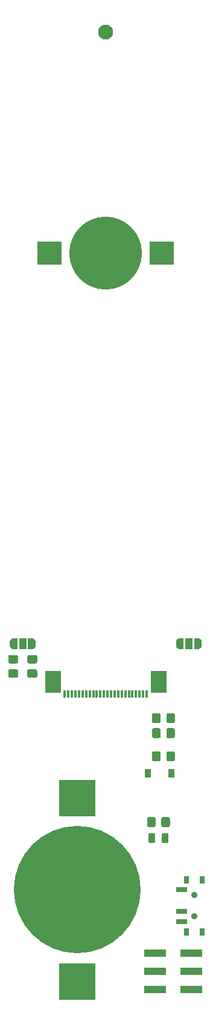
<source format=gbs>
G04 #@! TF.GenerationSoftware,KiCad,Pcbnew,(5.1.10)-1*
G04 #@! TF.CreationDate,2021-11-22T20:28:52+00:00*
G04 #@! TF.ProjectId,Big Ben Ornament,42696720-4265-46e2-904f-726e616d656e,rev?*
G04 #@! TF.SameCoordinates,Original*
G04 #@! TF.FileFunction,Soldermask,Bot*
G04 #@! TF.FilePolarity,Negative*
%FSLAX46Y46*%
G04 Gerber Fmt 4.6, Leading zero omitted, Abs format (unit mm)*
G04 Created by KiCad (PCBNEW (5.1.10)-1) date 2021-11-22 20:28:52*
%MOMM*%
%LPD*%
G01*
G04 APERTURE LIST*
%ADD10C,2.100000*%
%ADD11C,0.100000*%
%ADD12R,1.000000X1.500000*%
%ADD13R,0.800000X1.000000*%
%ADD14R,1.500000X0.700000*%
%ADD15C,0.900000*%
%ADD16R,0.300000X1.100000*%
%ADD17R,2.300000X3.100000*%
%ADD18R,3.150000X1.000000*%
%ADD19R,0.900000X1.200000*%
%ADD20C,10.200000*%
%ADD21R,3.500000X3.300000*%
%ADD22R,5.100000X5.100000*%
%ADD23C,17.800000*%
G04 APERTURE END LIST*
D10*
X103482140Y-36027360D03*
D11*
G36*
X91134500Y-122289000D02*
G01*
X90584500Y-122289000D01*
X90584500Y-122288398D01*
X90559966Y-122288398D01*
X90511135Y-122283588D01*
X90463010Y-122274016D01*
X90416055Y-122259772D01*
X90370722Y-122240995D01*
X90327449Y-122217864D01*
X90286650Y-122190604D01*
X90248721Y-122159476D01*
X90214024Y-122124779D01*
X90182896Y-122086850D01*
X90155636Y-122046051D01*
X90132505Y-122002778D01*
X90113728Y-121957445D01*
X90099484Y-121910490D01*
X90089912Y-121862365D01*
X90085102Y-121813534D01*
X90085102Y-121789000D01*
X90084500Y-121789000D01*
X90084500Y-121289000D01*
X90085102Y-121289000D01*
X90085102Y-121264466D01*
X90089912Y-121215635D01*
X90099484Y-121167510D01*
X90113728Y-121120555D01*
X90132505Y-121075222D01*
X90155636Y-121031949D01*
X90182896Y-120991150D01*
X90214024Y-120953221D01*
X90248721Y-120918524D01*
X90286650Y-120887396D01*
X90327449Y-120860136D01*
X90370722Y-120837005D01*
X90416055Y-120818228D01*
X90463010Y-120803984D01*
X90511135Y-120794412D01*
X90559966Y-120789602D01*
X90584500Y-120789602D01*
X90584500Y-120789000D01*
X91134500Y-120789000D01*
X91134500Y-122289000D01*
G37*
G36*
X93184500Y-120789602D02*
G01*
X93209034Y-120789602D01*
X93257865Y-120794412D01*
X93305990Y-120803984D01*
X93352945Y-120818228D01*
X93398278Y-120837005D01*
X93441551Y-120860136D01*
X93482350Y-120887396D01*
X93520279Y-120918524D01*
X93554976Y-120953221D01*
X93586104Y-120991150D01*
X93613364Y-121031949D01*
X93636495Y-121075222D01*
X93655272Y-121120555D01*
X93669516Y-121167510D01*
X93679088Y-121215635D01*
X93683898Y-121264466D01*
X93683898Y-121289000D01*
X93684500Y-121289000D01*
X93684500Y-121789000D01*
X93683898Y-121789000D01*
X93683898Y-121813534D01*
X93679088Y-121862365D01*
X93669516Y-121910490D01*
X93655272Y-121957445D01*
X93636495Y-122002778D01*
X93613364Y-122046051D01*
X93586104Y-122086850D01*
X93554976Y-122124779D01*
X93520279Y-122159476D01*
X93482350Y-122190604D01*
X93441551Y-122217864D01*
X93398278Y-122240995D01*
X93352945Y-122259772D01*
X93305990Y-122274016D01*
X93257865Y-122283588D01*
X93209034Y-122288398D01*
X93184500Y-122288398D01*
X93184500Y-122289000D01*
X92634500Y-122289000D01*
X92634500Y-120789000D01*
X93184500Y-120789000D01*
X93184500Y-120789602D01*
G37*
D12*
X91884500Y-121539000D03*
X115189000Y-121539000D03*
D11*
G36*
X116489000Y-120789602D02*
G01*
X116513534Y-120789602D01*
X116562365Y-120794412D01*
X116610490Y-120803984D01*
X116657445Y-120818228D01*
X116702778Y-120837005D01*
X116746051Y-120860136D01*
X116786850Y-120887396D01*
X116824779Y-120918524D01*
X116859476Y-120953221D01*
X116890604Y-120991150D01*
X116917864Y-121031949D01*
X116940995Y-121075222D01*
X116959772Y-121120555D01*
X116974016Y-121167510D01*
X116983588Y-121215635D01*
X116988398Y-121264466D01*
X116988398Y-121289000D01*
X116989000Y-121289000D01*
X116989000Y-121789000D01*
X116988398Y-121789000D01*
X116988398Y-121813534D01*
X116983588Y-121862365D01*
X116974016Y-121910490D01*
X116959772Y-121957445D01*
X116940995Y-122002778D01*
X116917864Y-122046051D01*
X116890604Y-122086850D01*
X116859476Y-122124779D01*
X116824779Y-122159476D01*
X116786850Y-122190604D01*
X116746051Y-122217864D01*
X116702778Y-122240995D01*
X116657445Y-122259772D01*
X116610490Y-122274016D01*
X116562365Y-122283588D01*
X116513534Y-122288398D01*
X116489000Y-122288398D01*
X116489000Y-122289000D01*
X115939000Y-122289000D01*
X115939000Y-120789000D01*
X116489000Y-120789000D01*
X116489000Y-120789602D01*
G37*
G36*
X114439000Y-122289000D02*
G01*
X113889000Y-122289000D01*
X113889000Y-122288398D01*
X113864466Y-122288398D01*
X113815635Y-122283588D01*
X113767510Y-122274016D01*
X113720555Y-122259772D01*
X113675222Y-122240995D01*
X113631949Y-122217864D01*
X113591150Y-122190604D01*
X113553221Y-122159476D01*
X113518524Y-122124779D01*
X113487396Y-122086850D01*
X113460136Y-122046051D01*
X113437005Y-122002778D01*
X113418228Y-121957445D01*
X113403984Y-121910490D01*
X113394412Y-121862365D01*
X113389602Y-121813534D01*
X113389602Y-121789000D01*
X113389000Y-121789000D01*
X113389000Y-121289000D01*
X113389602Y-121289000D01*
X113389602Y-121264466D01*
X113394412Y-121215635D01*
X113403984Y-121167510D01*
X113418228Y-121120555D01*
X113437005Y-121075222D01*
X113460136Y-121031949D01*
X113487396Y-120991150D01*
X113518524Y-120953221D01*
X113553221Y-120918524D01*
X113591150Y-120887396D01*
X113631949Y-120860136D01*
X113675222Y-120837005D01*
X113720555Y-120818228D01*
X113767510Y-120803984D01*
X113815635Y-120794412D01*
X113864466Y-120789602D01*
X113889000Y-120789602D01*
X113889000Y-120789000D01*
X114439000Y-120789000D01*
X114439000Y-122289000D01*
G37*
D13*
X114853500Y-154528500D03*
X114853500Y-161828500D03*
X117063500Y-161828500D03*
X117063500Y-154528500D03*
D14*
X114203500Y-160428500D03*
X114203500Y-158928500D03*
X114203500Y-155928500D03*
D15*
X115963500Y-159678500D03*
X115963500Y-156678500D03*
G36*
G01*
X93668001Y-126314000D02*
X92767999Y-126314000D01*
G75*
G02*
X92518000Y-126064001I0J249999D01*
G01*
X92518000Y-125363999D01*
G75*
G02*
X92767999Y-125114000I249999J0D01*
G01*
X93668001Y-125114000D01*
G75*
G02*
X93918000Y-125363999I0J-249999D01*
G01*
X93918000Y-126064001D01*
G75*
G02*
X93668001Y-126314000I-249999J0D01*
G01*
G37*
G36*
G01*
X93668001Y-124314000D02*
X92767999Y-124314000D01*
G75*
G02*
X92518000Y-124064001I0J249999D01*
G01*
X92518000Y-123363999D01*
G75*
G02*
X92767999Y-123114000I249999J0D01*
G01*
X93668001Y-123114000D01*
G75*
G02*
X93918000Y-123363999I0J-249999D01*
G01*
X93918000Y-124064001D01*
G75*
G02*
X93668001Y-124314000I-249999J0D01*
G01*
G37*
G36*
G01*
X110534500Y-146044499D02*
X110534500Y-146944501D01*
G75*
G02*
X110284501Y-147194500I-249999J0D01*
G01*
X109584499Y-147194500D01*
G75*
G02*
X109334500Y-146944501I0J249999D01*
G01*
X109334500Y-146044499D01*
G75*
G02*
X109584499Y-145794500I249999J0D01*
G01*
X110284501Y-145794500D01*
G75*
G02*
X110534500Y-146044499I0J-249999D01*
G01*
G37*
G36*
G01*
X112534500Y-146044499D02*
X112534500Y-146944501D01*
G75*
G02*
X112284501Y-147194500I-249999J0D01*
G01*
X111584499Y-147194500D01*
G75*
G02*
X111334500Y-146944501I0J249999D01*
G01*
X111334500Y-146044499D01*
G75*
G02*
X111584499Y-145794500I249999J0D01*
G01*
X112284501Y-145794500D01*
G75*
G02*
X112534500Y-146044499I0J-249999D01*
G01*
G37*
G36*
G01*
X110033000Y-134498501D02*
X110033000Y-133598499D01*
G75*
G02*
X110282999Y-133348500I249999J0D01*
G01*
X110983001Y-133348500D01*
G75*
G02*
X111233000Y-133598499I0J-249999D01*
G01*
X111233000Y-134498501D01*
G75*
G02*
X110983001Y-134748500I-249999J0D01*
G01*
X110282999Y-134748500D01*
G75*
G02*
X110033000Y-134498501I0J249999D01*
G01*
G37*
G36*
G01*
X112033000Y-134498501D02*
X112033000Y-133598499D01*
G75*
G02*
X112282999Y-133348500I249999J0D01*
G01*
X112983001Y-133348500D01*
G75*
G02*
X113233000Y-133598499I0J-249999D01*
G01*
X113233000Y-134498501D01*
G75*
G02*
X112983001Y-134748500I-249999J0D01*
G01*
X112282999Y-134748500D01*
G75*
G02*
X112033000Y-134498501I0J249999D01*
G01*
G37*
G36*
G01*
X110033000Y-132403001D02*
X110033000Y-131502999D01*
G75*
G02*
X110282999Y-131253000I249999J0D01*
G01*
X110983001Y-131253000D01*
G75*
G02*
X111233000Y-131502999I0J-249999D01*
G01*
X111233000Y-132403001D01*
G75*
G02*
X110983001Y-132653000I-249999J0D01*
G01*
X110282999Y-132653000D01*
G75*
G02*
X110033000Y-132403001I0J249999D01*
G01*
G37*
G36*
G01*
X112033000Y-132403001D02*
X112033000Y-131502999D01*
G75*
G02*
X112282999Y-131253000I249999J0D01*
G01*
X112983001Y-131253000D01*
G75*
G02*
X113233000Y-131502999I0J-249999D01*
G01*
X113233000Y-132403001D01*
G75*
G02*
X112983001Y-132653000I-249999J0D01*
G01*
X112282999Y-132653000D01*
G75*
G02*
X112033000Y-132403001I0J249999D01*
G01*
G37*
G36*
G01*
X112033000Y-137737001D02*
X112033000Y-136836999D01*
G75*
G02*
X112282999Y-136587000I249999J0D01*
G01*
X112983001Y-136587000D01*
G75*
G02*
X113233000Y-136836999I0J-249999D01*
G01*
X113233000Y-137737001D01*
G75*
G02*
X112983001Y-137987000I-249999J0D01*
G01*
X112282999Y-137987000D01*
G75*
G02*
X112033000Y-137737001I0J249999D01*
G01*
G37*
G36*
G01*
X110033000Y-137737001D02*
X110033000Y-136836999D01*
G75*
G02*
X110282999Y-136587000I249999J0D01*
G01*
X110983001Y-136587000D01*
G75*
G02*
X111233000Y-136836999I0J-249999D01*
G01*
X111233000Y-137737001D01*
G75*
G02*
X110983001Y-137987000I-249999J0D01*
G01*
X110282999Y-137987000D01*
G75*
G02*
X110033000Y-137737001I0J249999D01*
G01*
G37*
G36*
G01*
X90100999Y-123114000D02*
X91001001Y-123114000D01*
G75*
G02*
X91251000Y-123363999I0J-249999D01*
G01*
X91251000Y-124064001D01*
G75*
G02*
X91001001Y-124314000I-249999J0D01*
G01*
X90100999Y-124314000D01*
G75*
G02*
X89851000Y-124064001I0J249999D01*
G01*
X89851000Y-123363999D01*
G75*
G02*
X90100999Y-123114000I249999J0D01*
G01*
G37*
G36*
G01*
X90100999Y-125114000D02*
X91001001Y-125114000D01*
G75*
G02*
X91251000Y-125363999I0J-249999D01*
G01*
X91251000Y-126064001D01*
G75*
G02*
X91001001Y-126314000I-249999J0D01*
G01*
X90100999Y-126314000D01*
G75*
G02*
X89851000Y-126064001I0J249999D01*
G01*
X89851000Y-125363999D01*
G75*
G02*
X90100999Y-125114000I249999J0D01*
G01*
G37*
D16*
X97780400Y-128604000D03*
X98280400Y-128604000D03*
X98780400Y-128604000D03*
X99280400Y-128604000D03*
X99780400Y-128604000D03*
X100280400Y-128604000D03*
X100780400Y-128604000D03*
X101280400Y-128604000D03*
X101780400Y-128604000D03*
X102280400Y-128604000D03*
X102780400Y-128604000D03*
X103280400Y-128604000D03*
X103780400Y-128604000D03*
X104280400Y-128604000D03*
X104780400Y-128604000D03*
X105280400Y-128604000D03*
X105780400Y-128604000D03*
X106280400Y-128604000D03*
X106780400Y-128604000D03*
X107280400Y-128604000D03*
X107780400Y-128604000D03*
X108280400Y-128604000D03*
X108780400Y-128604000D03*
X109280400Y-128604000D03*
D17*
X96110400Y-126904000D03*
X110950400Y-126904000D03*
D18*
X115529600Y-164820600D03*
X110479600Y-164820600D03*
X115529600Y-167360600D03*
X110479600Y-167360600D03*
X115529600Y-169900600D03*
X110479600Y-169900600D03*
G36*
G01*
X111384500Y-149173250D02*
X111384500Y-148260750D01*
G75*
G02*
X111628250Y-148017000I243750J0D01*
G01*
X112115750Y-148017000D01*
G75*
G02*
X112359500Y-148260750I0J-243750D01*
G01*
X112359500Y-149173250D01*
G75*
G02*
X112115750Y-149417000I-243750J0D01*
G01*
X111628250Y-149417000D01*
G75*
G02*
X111384500Y-149173250I0J243750D01*
G01*
G37*
G36*
G01*
X109509500Y-149173250D02*
X109509500Y-148260750D01*
G75*
G02*
X109753250Y-148017000I243750J0D01*
G01*
X110240750Y-148017000D01*
G75*
G02*
X110484500Y-148260750I0J-243750D01*
G01*
X110484500Y-149173250D01*
G75*
G02*
X110240750Y-149417000I-243750J0D01*
G01*
X109753250Y-149417000D01*
G75*
G02*
X109509500Y-149173250I0J243750D01*
G01*
G37*
D19*
X112775000Y-139636500D03*
X109475000Y-139636500D03*
D20*
X103505000Y-66929000D03*
D21*
X111405000Y-66929000D03*
X95605000Y-66929000D03*
D22*
X99504500Y-168756000D03*
X99504500Y-143156000D03*
D23*
X99504500Y-155956000D03*
M02*

</source>
